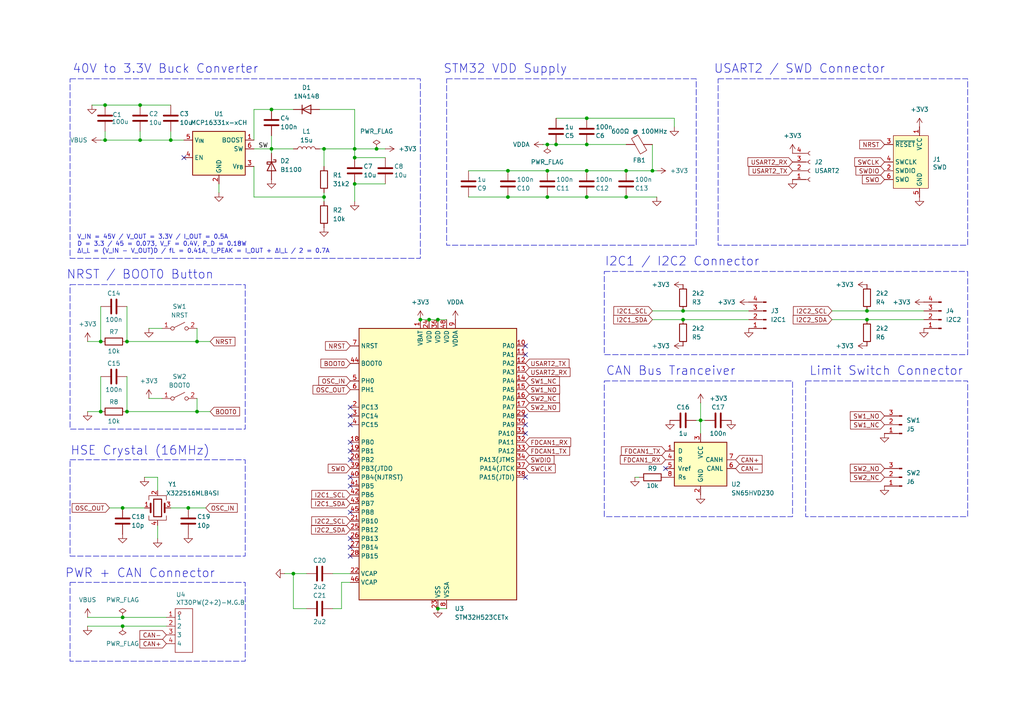
<source format=kicad_sch>
(kicad_sch (version 20250114) (generator "eeschema") (generator_version "9.0")
  (paper "A4")
  (lib_symbols
    (symbol "Connector:Conn_01x03_Pin" (pin_names (offset 1.016) (hide yes))
      (property "Reference" "J" (at 0 5.08 0))
      (property "Value" "Conn_01x03_Pin" (at 0 -5.08 0))
      (symbol "Conn_01x03_Pin_1_1"
        (pin passive line (at 5.08 2.54 180) (length 3.81) (name "Pin_1") (number "1"))
        (pin passive line (at 5.08 0 180) (length 3.81) (name "Pin_2") (number "2"))
        (pin passive line (at 5.08 -2.54 180) (length 3.81) (name "Pin_3") (number "3"))
      )
    )
    (symbol "Connector:Conn_01x04_Pin" (pin_names (offset 1.016) (hide yes))
      (property "Reference" "J" (at 0 5.08 0))
      (property "Value" "Conn_01x04_Pin" (at 0 -7.62 0))
      (symbol "Conn_01x04_Pin_1_1"
        (pin passive line (at 5.08 2.54 180) (length 3.81) (name "Pin_1") (number "1"))
        (pin passive line (at 5.08 0 180) (length 3.81) (name "Pin_2") (number "2"))
        (pin passive line (at 5.08 -2.54 180) (length 3.81) (name "Pin_3") (number "3"))
        (pin passive line (at 5.08 -5.08 180) (length 3.81) (name "Pin_4") (number "4"))
      )
    )
    (symbol "Connector:Conn_01x04_Socket" (pin_names (offset 1.016) (hide yes))
      (property "Reference" "J" (at 0 5.08 0))
      (property "Value" "Conn_01x04_Socket" (at 0 -7.62 0))
      (symbol "Conn_01x04_Socket_1_1"
        (pin passive line (at -5.08 2.54 0) (length 3.81) (name "Pin_1") (number "1"))
        (pin passive line (at -5.08 0 0) (length 3.81) (name "Pin_2") (number "2"))
        (pin passive line (at -5.08 -2.54 0) (length 3.81) (name "Pin_3") (number "3"))
        (pin passive line (at -5.08 -5.08 0) (length 3.81) (name "Pin_4") (number "4"))
      )
    )
    (symbol "Connector:Conn_ARM_SWD_TagConnect_TC2030" (in_bom no)
      (property "Reference" "J" (at 2.54 11.43 0))
      (property "Value" "Conn_ARM_SWD_TagConnect_TC2030" (at 5.08 8.89 0))
      (symbol "Conn_ARM_SWD_TagConnect_TC2030_0_0"
        (pin power_in line (at -2.54 10.16 270) (length 2.54) (name "VCC") (number "1"))
        (pin power_in line (at -2.54 -10.16 90) (length 2.54) (name "GND") (number "5"))
        (pin open_collector line (at 7.62 5.08 180) (length 2.54) (name "~{RESET}") (number "3"))
        (pin output line (at 7.62 0 180) (length 2.54) (name "SWCLK") (number "4"))
        (pin bidirectional line (at 7.62 -2.54 180) (length 2.54) (name "SWDIO") (number "2"))
        (pin input line (at 7.62 -5.08 180) (length 2.54) (name "SWO") (number "6"))
      )
    )
    (symbol "Device:C" (pin_numbers (hide yes)) (pin_names (offset 0.254))
      (property "Reference" "C" (at 0.635 2.54 0))
      (property "Value" "C" (at 0.635 -2.54 0))
      (symbol "C_1_1"
        (pin passive line (at 0 3.81 270) (length 2.794) (name "~") (number "1"))
        (pin passive line (at 0 -3.81 90) (length 2.794) (name "~") (number "2"))
      )
    )
    (symbol "Device:Crystal_GND24" (pin_names (offset 1.016) (hide yes))
      (property "Reference" "Y" (at 3.175 5.08 0))
      (property "Value" "Crystal_GND24" (at 3.175 3.175 0))
      (symbol "Crystal_GND24_1_1"
        (pin passive line (at -3.81 0 0) (length 1.27) (name "1") (number "1"))
        (pin passive line (at 0 5.08 270) (length 1.27) (name "2") (number "2"))
        (pin passive line (at 0 -5.08 90) (length 1.27) (name "4") (number "4"))
        (pin passive line (at 3.81 0 180) (length 1.27) (name "3") (number "3"))
      )
    )
    (symbol "Device:D_Schottky" (pin_numbers (hide yes)) (pin_names (offset 1.016) (hide yes))
      (property "Reference" "D" (at 0 2.54 0))
      (property "Value" "D_Schottky" (at 0 -2.54 0))
      (symbol "D_Schottky_1_1"
        (pin passive line (at -3.81 0 0) (length 2.54) (name "K") (number "1"))
        (pin passive line (at 3.81 0 180) (length 2.54) (name "A") (number "2"))
      )
    )
    (symbol "Device:FerriteBead" (pin_numbers (hide yes)) (pin_names (offset 0))
      (property "Reference" "FB" (at -3.81 0.635 90))
      (property "Value" "FerriteBead" (at 3.81 0 90))
      (symbol "FerriteBead_1_1"
        (pin passive line (at 0 3.81 270) (length 2.54) (name "~") (number "1"))
        (pin passive line (at 0 -3.81 90) (length 2.54) (name "~") (number "2"))
      )
    )
    (symbol "Device:L" (pin_numbers (hide yes)) (pin_names (offset 1.016) (hide yes))
      (property "Reference" "L" (at -1.27 0 90))
      (property "Value" "L" (at 1.905 0 90))
      (symbol "L_1_1"
        (pin passive line (at 0 3.81 270) (length 1.27) (name "1") (number "1"))
        (pin passive line (at 0 -3.81 90) (length 1.27) (name "2") (number "2"))
      )
    )
    (symbol "Device:R" (pin_numbers (hide yes)) (pin_names (offset 0))
      (property "Reference" "R" (at 2.032 0 90))
      (property "Value" "R" (at 0 0 90))
      (symbol "R_1_1"
        (pin passive line (at 0 3.81 270) (length 1.27) (name "~") (number "1"))
        (pin passive line (at 0 -3.81 90) (length 1.27) (name "~") (number "2"))
      )
    )
    (symbol "Diode:1N4148WS" (pin_numbers (hide yes)) (pin_names (hide yes))
      (property "Reference" "D" (at 0 2.54 0))
      (property "Value" "1N4148WS" (at 0 -2.54 0))
      (symbol "1N4148WS_1_1"
        (pin passive line (at -3.81 0 0) (length 2.54) (name "K") (number "1"))
        (pin passive line (at 3.81 0 180) (length 2.54) (name "A") (number "2"))
      )
    )
    (symbol "Interface_CAN_LIN:SN65HVD230" (pin_names (offset 1.016))
      (property "Reference" "U" (at -2.54 10.16 0))
      (property "Value" "SN65HVD230" (at -2.54 7.62 0))
      (symbol "SN65HVD230_1_1"
        (pin input line (at -10.16 2.54 0) (length 2.54) (name "D") (number "1"))
        (pin output line (at -10.16 0 0) (length 2.54) (name "R") (number "4"))
        (pin output line (at -10.16 -2.54 0) (length 2.54) (name "Vref") (number "5"))
        (pin input line (at -10.16 -5.08 0) (length 2.54) (name "Rs") (number "8"))
        (pin power_in line (at 0 7.62 270) (length 2.54) (name "VCC") (number "3"))
        (pin power_in line (at 0 -10.16 90) (length 2.54) (name "GND") (number "2"))
        (pin bidirectional line (at 10.16 0 180) (length 2.54) (name "CANH") (number "7"))
        (pin bidirectional line (at 10.16 -2.54 180) (length 2.54) (name "CANL") (number "6"))
      )
    )
    (symbol "MCU_ST_STM32H5:STM32H523CETx"
      (property "Reference" "U" (at -22.86 41.91 0))
      (property "Value" "STM32H523CETx" (at 7.62 41.91 0))
      (symbol "STM32H523CETx_1_1"
        (pin input line (at -25.4 35.56 0) (length 2.54) (name "NRST") (number "7"))
        (pin input line (at -25.4 30.48 0) (length 2.54) (name "BOOT0") (number "44"))
        (pin bidirectional line (at -25.4 25.4 0) (length 2.54) (name "PH0") (number "5"))
        (pin bidirectional line (at -25.4 22.86 0) (length 2.54) (name "PH1") (number "6"))
        (pin bidirectional line (at -25.4 17.78 0) (length 2.54) (name "PC13") (number "2"))
        (pin bidirectional line (at -25.4 15.24 0) (length 2.54) (name "PC14") (number "3"))
        (pin bidirectional line (at -25.4 12.7 0) (length 2.54) (name "PC15") (number "4"))
        (pin bidirectional line (at -25.4 7.62 0) (length 2.54) (name "PB0") (number "18"))
        (pin bidirectional line (at -25.4 5.08 0) (length 2.54) (name "PB1") (number "19"))
        (pin bidirectional line (at -25.4 2.54 0) (length 2.54) (name "PB2") (number "20"))
        (pin bidirectional line (at -25.4 0 0) (length 2.54) (name "PB3(JTDO") (number "39"))
        (pin bidirectional line (at -25.4 -2.54 0) (length 2.54) (name "PB4(NJTRST)") (number "40"))
        (pin bidirectional line (at -25.4 -5.08 0) (length 2.54) (name "PB5") (number "41"))
        (pin bidirectional line (at -25.4 -7.62 0) (length 2.54) (name "PB6") (number "42"))
        (pin bidirectional line (at -25.4 -10.16 0) (length 2.54) (name "PB7") (number "43"))
        (pin bidirectional line (at -25.4 -12.7 0) (length 2.54) (name "PB8") (number "45"))
        (pin bidirectional line (at -25.4 -15.24 0) (length 2.54) (name "PB10") (number "21"))
        (pin bidirectional line (at -25.4 -17.78 0) (length 2.54) (name "PB12") (number "25"))
        (pin bidirectional line (at -25.4 -20.32 0) (length 2.54) (name "PB13") (number "26"))
        (pin bidirectional line (at -25.4 -22.86 0) (length 2.54) (name "PB14") (number "27"))
        (pin bidirectional line (at -25.4 -25.4 0) (length 2.54) (name "PB15") (number "28"))
        (pin power_out line (at -25.4 -30.48 0) (length 2.54) (name "VCAP") (number "22"))
        (pin power_out line (at -25.4 -33.02 0) (length 2.54) (name "VCAP") (number "46"))
        (pin power_in line (at -5.08 43.18 270) (length 2.54) (name "VBAT") (number "1"))
        (pin power_in line (at -2.54 43.18 270) (length 2.54) (name "VDD") (number "24"))
        (pin power_in line (at 0 43.18 270) (length 2.54) (name "VDD") (number "36"))
        (pin power_in line (at 0 -40.64 90) (length 2.54) (name "VSS") (number "23"))
        (pin passive line (at 0 -40.64 90) (length 2.54) (hide yes) (name "VSS") (number "35"))
        (pin passive line (at 0 -40.64 90) (length 2.54) (hide yes) (name "VSS") (number "47"))
        (pin power_in line (at 2.54 43.18 270) (length 2.54) (name "VDD") (number "48"))
        (pin power_in line (at 2.54 -40.64 90) (length 2.54) (name "VSSA") (number "8"))
        (pin power_in line (at 5.08 43.18 270) (length 2.54) (name "VDDA") (number "9"))
        (pin bidirectional line (at 25.4 35.56 180) (length 2.54) (name "PA0") (number "10"))
        (pin bidirectional line (at 25.4 33.02 180) (length 2.54) (name "PA1") (number "11"))
        (pin bidirectional line (at 25.4 30.48 180) (length 2.54) (name "PA2") (number "12"))
        (pin bidirectional line (at 25.4 27.94 180) (length 2.54) (name "PA3") (number "13"))
        (pin bidirectional line (at 25.4 25.4 180) (length 2.54) (name "PA4") (number "14"))
        (pin bidirectional line (at 25.4 22.86 180) (length 2.54) (name "PA5") (number "15"))
        (pin bidirectional line (at 25.4 20.32 180) (length 2.54) (name "PA6") (number "16"))
        (pin bidirectional line (at 25.4 17.78 180) (length 2.54) (name "PA7") (number "17"))
        (pin bidirectional line (at 25.4 15.24 180) (length 2.54) (name "PA8") (number "29"))
        (pin bidirectional line (at 25.4 12.7 180) (length 2.54) (name "PA9") (number "30"))
        (pin bidirectional line (at 25.4 10.16 180) (length 2.54) (name "PA10") (number "31"))
        (pin bidirectional line (at 25.4 7.62 180) (length 2.54) (name "PA11") (number "32"))
        (pin bidirectional line (at 25.4 5.08 180) (length 2.54) (name "PA12") (number "33"))
        (pin bidirectional line (at 25.4 2.54 180) (length 2.54) (name "PA13(JTMS") (number "34"))
        (pin bidirectional line (at 25.4 0 180) (length 2.54) (name "PA14(JTCK") (number "37"))
        (pin bidirectional line (at 25.4 -2.54 180) (length 2.54) (name "PA15(JTDI)") (number "38"))
      )
    )
    (symbol "Regulator_Switching:MCP16331x-xCH"
      (property "Reference" "U" (at -7.874 8.89 0))
      (property "Value" "MCP16331x-xCH" (at 0 8.89 0))
      (symbol "MCP16331x-xCH_1_1"
        (pin power_in line (at -10.16 5.08 0) (length 2.54) (name "V_{IN}") (number "5"))
        (pin input line (at -10.16 0 0) (length 2.54) (name "EN") (number "4"))
        (pin power_in line (at 0 -7.62 90) (length 2.54) (name "GND") (number "2"))
        (pin input line (at 10.16 5.08 180) (length 2.54) (name "BOOST") (number "1"))
        (pin output line (at 10.16 2.54 180) (length 2.54) (name "SW") (number "6"))
        (pin input line (at 10.16 -2.54 180) (length 2.54) (name "V_{FB}") (number "3"))
      )
    )
    (symbol "Switch:SW_SPST" (pin_names (offset 0) (hide yes))
      (property "Reference" "SW" (at 0 3.175 0))
      (property "Value" "SW_SPST" (at 0 -2.54 0))
      (symbol "SW_SPST_1_1"
        (pin passive line (at -5.08 0 0) (length 2.54) (name "A") (number "1"))
        (pin passive line (at 5.08 0 180) (length 2.54) (name "B") (number "2"))
      )
    )
    (symbol "XT30PW(2+2)-M.G.B:XT30(2+2)PW-M.G.B"
      (property "Reference" "U4" (at 0.254 11.684 0))
      (property "Value" "XT30PW(2+2)-M.G.B" (at 0.254 9.398 0))
      (symbol "XT30(2+2)PW-M.G.B_1_0"
        (pin power_in line (at -2.54 5.08 0) (length 2.54) (name "1") (number "1"))
        (pin power_in line (at -2.54 2.54 0) (length 2.54) (name "2") (number "2"))
        (pin bidirectional line (at -2.54 0 0) (length 2.54) (name "3") (number "3"))
        (pin bidirectional line (at -2.54 -2.54 0) (length 2.54) (name "4") (number "4"))
      )
    )
    (symbol "power:+3V3" (power) (pin_numbers (hide yes)) (pin_names (offset 0) (hide yes))
      (property "Value" "+3V3" (at 0 3.556 0))
      (symbol "+3V3_1_1"
        (pin power_in line (at 0 0 90) (length 0) (name "~") (number "1"))
      )
    )
    (symbol "power:GND" (power) (pin_numbers (hide yes)) (pin_names (offset 0) (hide yes))
      (property "Value" "GND" (at 0 -3.81 0))
      (symbol "GND_1_1"
        (pin power_in line (at 0 0 270) (length 0) (name "~") (number "1"))
      )
    )
    (symbol "power:PWR_FLAG" (power) (pin_numbers (hide yes)) (pin_names (offset 0) (hide yes))
      (property "Value" "PWR_FLAG" (at 0 3.81 0))
      (symbol "PWR_FLAG_0_0"
        (pin power_out line (at 0 0 90) (length 0) (name "~") (number "1"))
      )
    )
    (symbol "power:VBUS" (power) (pin_numbers (hide yes)) (pin_names (offset 0) (hide yes))
      (property "Value" "VBUS" (at 0 3.556 0))
      (symbol "VBUS_1_1"
        (pin power_in line (at 0 0 90) (length 0) (name "~") (number "1"))
      )
    )
    (symbol "power:VDDA" (power) (pin_numbers (hide yes)) (pin_names (offset 0) (hide yes))
      (property "Value" "VDDA" (at 0 3.556 0))
      (symbol "VDDA_1_1"
        (pin power_in line (at 0 0 90) (length 0) (name "~") (number "1"))
      )
    )
  )
  (rectangle (start 20.32 22.86) (end 121.92 74.93) (stroke (width 0) (type dash)))
  (rectangle (start 208.28 22.86) (end 280.67 71.12) (stroke (width 0) (type dash)))
  (rectangle (start 175.26 78.74) (end 280.67 102.87) (stroke (width 0) (type dash)))
  (rectangle (start 20.32 168.91) (end 71.12 191.77) (stroke (width 0) (type dash)))
  (rectangle (start 175.26 110.49) (end 229.87 149.86) (stroke (width 0) (type dash)))
  (rectangle (start 20.32 82.55) (end 71.12 124.46) (stroke (width 0) (type dash)))
  (rectangle (start 233.68 110.49) (end 280.67 149.86) (stroke (width 0) (type dash)))
  (rectangle (start 129.54 22.86) (end 201.93 71.12) (stroke (width 0) (type dash)))
  (rectangle (start 20.32 133.35) (end 71.12 161.29) (stroke (width 0) (type dash)))
  (text "V_IN = 45V / V_OUT = 3.3V / I_OUT = 0.5A\nD = 3.3 / 45 = 0.073, V_F = 0.4V, P_D = 0.18W\nΔI_L = (V_IN - V_OUT)D / fL = 0.41A, I_PEAK = I_OUT + ΔI_L / 2 = 0.7A" (at 22.352 70.866 0) (effects (font (size 1.27 1.27)) (justify left)))
  (text "40V to 3.3V Buck Converter" (at 48.006 20.066 0) (effects (font (size 2.54 2.54))))
  (text "CAN Bus Tranceiver" (at 194.564 107.696 0) (effects (font (size 2.54 2.54))))
  (text "Limit Switch Connector" (at 257.048 107.696 0) (effects (font (size 2.54 2.54))))
  (text "STM32 VDD Supply" (at 146.558 20.066 0) (effects (font (size 2.54 2.54))))
  (text "HSE Crystal (16MHz)" (at 40.64 130.81 0) (effects (font (size 2.54 2.54))))
  (text "NRST / BOOT0 Button" (at 40.64 79.756 0) (effects (font (size 2.54 2.54))))
  (text "I2C1 / I2C2 Connector" (at 197.866 75.946 0) (effects (font (size 2.54 2.54))))
  (text "PWR + CAN Connector" (at 40.64 166.37 0) (effects (font (size 2.54 2.54))))
  (text "USART2 / SWD Connector" (at 231.902 20.066 0) (effects (font (size 2.54 2.54))))
  (junction (at 161.29 41.91))
  (junction (at 36.83 99.06))
  (junction (at 147.32 49.53))
  (junction (at 54.61 147.32))
  (junction (at 181.61 57.15))
  (junction (at 181.61 49.53))
  (junction (at 121.92 92.71))
  (junction (at 36.83 119.38))
  (junction (at 49.53 40.64))
  (junction (at 35.56 179.07))
  (junction (at 158.75 41.91))
  (junction (at 127 176.53))
  (junction (at 170.18 49.53))
  (junction (at 158.75 49.53))
  (junction (at 93.98 43.18))
  (junction (at 102.87 43.18))
  (junction (at 78.74 31.75))
  (junction (at 102.87 53.34))
  (junction (at 170.18 41.91))
  (junction (at 109.22 43.18))
  (junction (at 35.56 181.61))
  (junction (at 170.18 34.29))
  (junction (at 40.64 30.48))
  (junction (at 170.18 57.15))
  (junction (at 57.15 99.06))
  (junction (at 189.23 49.53))
  (junction (at 127 92.71))
  (junction (at 30.48 40.64))
  (junction (at 147.32 57.15))
  (junction (at 251.46 92.71))
  (junction (at 35.56 147.32))
  (junction (at 78.74 43.18))
  (junction (at 57.15 119.38))
  (junction (at 85.09 166.37))
  (junction (at 40.64 40.64))
  (junction (at 158.75 57.15))
  (junction (at 203.2 121.92))
  (junction (at 29.21 119.38))
  (junction (at 124.46 92.71))
  (junction (at 102.87 45.72))
  (junction (at 198.12 90.17))
  (junction (at 93.98 57.15))
  (junction (at 29.21 99.06))
  (junction (at 30.48 30.48))
  (junction (at 251.46 90.17))
  (junction (at 198.12 92.71))
  (no_connect (at 101.6 130.81))
  (no_connect (at 101.6 138.43))
  (no_connect (at 101.6 123.19))
  (no_connect (at 152.4 138.43))
  (no_connect (at 101.6 128.27))
  (no_connect (at 101.6 120.65))
  (no_connect (at 152.4 120.65))
  (no_connect (at 152.4 123.19))
  (no_connect (at 101.6 118.11))
  (no_connect (at 193.04 135.89))
  (no_connect (at 101.6 158.75))
  (no_connect (at 152.4 125.73))
  (no_connect (at 101.6 161.29))
  (no_connect (at 101.6 148.59))
  (no_connect (at 101.6 140.97))
  (no_connect (at 53.34 45.72))
  (no_connect (at 101.6 156.21))
  (no_connect (at 152.4 102.87))
  (no_connect (at 101.6 133.35))
  (no_connect (at 152.4 100.33))
  (wire (pts (xy 25.4 119.38) (xy 29.21 119.38)))
  (wire (pts (xy 127 92.71) (xy 129.54 92.71)))
  (wire (pts (xy 92.71 31.75) (xy 102.87 31.75)))
  (wire (pts (xy 31.75 147.32) (xy 35.56 147.32)))
  (wire (pts (xy 26.67 30.48) (xy 30.48 30.48)))
  (wire (pts (xy 49.53 147.32) (xy 54.61 147.32)))
  (wire (pts (xy 124.46 92.71) (xy 127 92.71)))
  (wire (pts (xy 78.74 31.75) (xy 85.09 31.75)))
  (wire (pts (xy 241.3 90.17) (xy 251.46 90.17)))
  (wire (pts (xy 161.29 41.91) (xy 158.75 41.91)))
  (wire (pts (xy 45.72 152.4) (xy 45.72 156.21)))
  (wire (pts (xy 127 176.53) (xy 129.54 176.53)))
  (wire (pts (xy 43.18 115.57) (xy 46.99 115.57)))
  (wire (pts (xy 102.87 58.42) (xy 102.87 53.34)))
  (wire (pts (xy 161.29 41.91) (xy 170.18 41.91)))
  (wire (pts (xy 45.72 138.43) (xy 45.72 142.24)))
  (wire (pts (xy 251.46 92.71) (xy 267.97 92.71)))
  (wire (pts (xy 102.87 43.18) (xy 102.87 45.72)))
  (wire (pts (xy 40.64 38.1) (xy 40.64 40.64)))
  (wire (pts (xy 25.4 179.07) (xy 35.56 179.07)))
  (wire (pts (xy 201.93 121.92) (xy 203.2 121.92)))
  (wire (pts (xy 88.9 176.53) (xy 85.09 176.53)))
  (wire (pts (xy 36.83 119.38) (xy 36.83 109.22)))
  (wire (pts (xy 73.66 43.18) (xy 78.74 43.18)))
  (wire (pts (xy 73.66 57.15) (xy 73.66 48.26)))
  (wire (pts (xy 161.29 34.29) (xy 170.18 34.29)))
  (wire (pts (xy 135.89 49.53) (xy 147.32 49.53)))
  (wire (pts (xy 40.64 30.48) (xy 49.53 30.48)))
  (wire (pts (xy 93.98 57.15) (xy 73.66 57.15)))
  (wire (pts (xy 40.64 40.64) (xy 49.53 40.64)))
  (wire (pts (xy 25.4 99.06) (xy 29.21 99.06)))
  (wire (pts (xy 198.12 90.17) (xy 217.17 90.17)))
  (wire (pts (xy 101.6 168.91) (xy 99.06 168.91)))
  (wire (pts (xy 189.23 92.71) (xy 198.12 92.71)))
  (wire (pts (xy 204.47 121.92) (xy 203.2 121.92)))
  (wire (pts (xy 57.15 99.06) (xy 60.96 99.06)))
  (wire (pts (xy 29.21 88.9) (xy 29.21 99.06)))
  (wire (pts (xy 30.48 30.48) (xy 40.64 30.48)))
  (wire (pts (xy 93.98 43.18) (xy 102.87 43.18)))
  (wire (pts (xy 189.23 49.53) (xy 190.5 49.53)))
  (wire (pts (xy 170.18 49.53) (xy 181.61 49.53)))
  (wire (pts (xy 181.61 57.15) (xy 190.5 57.15)))
  (wire (pts (xy 99.06 176.53) (xy 96.52 176.53)))
  (wire (pts (xy 78.74 43.18) (xy 78.74 44.45)))
  (wire (pts (xy 147.32 49.53) (xy 158.75 49.53)))
  (wire (pts (xy 93.98 43.18) (xy 92.71 43.18)))
  (wire (pts (xy 109.22 43.18) (xy 102.87 43.18)))
  (wire (pts (xy 25.4 181.61) (xy 35.56 181.61)))
  (wire (pts (xy 30.48 38.1) (xy 30.48 40.64)))
  (wire (pts (xy 170.18 57.15) (xy 181.61 57.15)))
  (wire (pts (xy 158.75 49.53) (xy 170.18 49.53)))
  (wire (pts (xy 88.9 166.37) (xy 85.09 166.37)))
  (wire (pts (xy 57.15 95.25) (xy 57.15 99.06)))
  (wire (pts (xy 43.18 95.25) (xy 46.99 95.25)))
  (wire (pts (xy 251.46 90.17) (xy 267.97 90.17)))
  (wire (pts (xy 203.2 121.92) (xy 203.2 125.73)))
  (wire (pts (xy 57.15 115.57) (xy 57.15 119.38)))
  (wire (pts (xy 73.66 31.75) (xy 78.74 31.75)))
  (wire (pts (xy 102.87 53.34) (xy 111.76 53.34)))
  (wire (pts (xy 29.21 119.38) (xy 29.21 109.22)))
  (wire (pts (xy 158.75 57.15) (xy 170.18 57.15)))
  (wire (pts (xy 78.74 43.18) (xy 85.09 43.18)))
  (wire (pts (xy 78.74 39.37) (xy 78.74 43.18)))
  (wire (pts (xy 63.5 53.34) (xy 63.5 55.88)))
  (wire (pts (xy 49.53 40.64) (xy 53.34 40.64)))
  (wire (pts (xy 135.89 57.15) (xy 147.32 57.15)))
  (wire (pts (xy 102.87 31.75) (xy 102.87 43.18)))
  (wire (pts (xy 189.23 49.53) (xy 189.23 41.91)))
  (wire (pts (xy 170.18 34.29) (xy 195.58 34.29)))
  (wire (pts (xy 73.66 40.64) (xy 73.66 31.75)))
  (wire (pts (xy 170.18 41.91) (xy 181.61 41.91)))
  (wire (pts (xy 36.83 119.38) (xy 57.15 119.38)))
  (wire (pts (xy 85.09 176.53) (xy 85.09 166.37)))
  (wire (pts (xy 195.58 34.29) (xy 195.58 36.83)))
  (wire (pts (xy 36.83 99.06) (xy 57.15 99.06)))
  (wire (pts (xy 158.75 41.91) (xy 157.48 41.91)))
  (wire (pts (xy 35.56 179.07) (xy 48.26 179.07)))
  (wire (pts (xy 99.06 168.91) (xy 99.06 176.53)))
  (wire (pts (xy 93.98 48.26) (xy 93.98 43.18)))
  (wire (pts (xy 102.87 45.72) (xy 111.76 45.72)))
  (wire (pts (xy 35.56 181.61) (xy 48.26 181.61)))
  (wire (pts (xy 30.48 40.64) (xy 40.64 40.64)))
  (wire (pts (xy 54.61 147.32) (xy 59.69 147.32)))
  (wire (pts (xy 111.76 43.18) (xy 109.22 43.18)))
  (wire (pts (xy 96.52 166.37) (xy 101.6 166.37)))
  (wire (pts (xy 57.15 119.38) (xy 60.96 119.38)))
  (wire (pts (xy 36.83 88.9) (xy 36.83 99.06)))
  (wire (pts (xy 189.23 90.17) (xy 198.12 90.17)))
  (wire (pts (xy 147.32 57.15) (xy 158.75 57.15)))
  (wire (pts (xy 41.91 138.43) (xy 45.72 138.43)))
  (wire (pts (xy 35.56 147.32) (xy 41.91 147.32)))
  (wire (pts (xy 203.2 116.84) (xy 203.2 121.92)))
  (wire (pts (xy 121.92 92.71) (xy 124.46 92.71)))
  (wire (pts (xy 241.3 92.71) (xy 251.46 92.71)))
  (wire (pts (xy 29.21 40.64) (xy 30.48 40.64)))
  (wire (pts (xy 184.15 138.43) (xy 185.42 138.43)))
  (wire (pts (xy 181.61 49.53) (xy 189.23 49.53)))
  (wire (pts (xy 93.98 57.15) (xy 93.98 55.88)))
  (wire (pts (xy 198.12 92.71) (xy 217.17 92.71)))
  (wire (pts (xy 82.55 166.37) (xy 85.09 166.37)))
  (wire (pts (xy 49.53 38.1) (xy 49.53 40.64)))
  (wire (pts (xy 93.98 57.15) (xy 93.98 58.42)))
  (label "SW" (at 74.93 43.18 0))
  (label "" (at 76.2 43.18 0))
  (global_label "OSC_IN" (shape input) (at 101.6 110.49 180) (property "Intersheetrefs" "${INTERSHEET_REFS}" (effects (hide yes))))
  (global_label "SWDIO" (shape input) (at 152.4 133.35 0) (property "Intersheetrefs" "${INTERSHEET_REFS}" (effects (hide yes))))
  (global_label "NRST" (shape input) (at 60.96 99.06 0) (property "Intersheetrefs" "${INTERSHEET_REFS}" (effects (hide yes))))
  (global_label "I2C1_SCL" (shape input) (at 101.6 143.51 180) (property "Intersheetrefs" "${INTERSHEET_REFS}" (effects (hide yes))))
  (global_label "SWCLK" (shape input) (at 256.54 46.99 180) (property "Intersheetrefs" "${INTERSHEET_REFS}" (effects (hide yes))))
  (global_label "SW1_NC" (shape input) (at 152.4 110.49 0) (property "Intersheetrefs" "${INTERSHEET_REFS}" (effects (hide yes))))
  (global_label "FDCAN1_TX" (shape input) (at 193.04 130.81 180) (property "Intersheetrefs" "${INTERSHEET_REFS}" (effects (hide yes))))
  (global_label "I2C1_SDA" (shape input) (at 101.6 146.05 180) (property "Intersheetrefs" "${INTERSHEET_REFS}" (effects (hide yes))))
  (global_label "I2C1_SCL" (shape input) (at 189.23 90.17 180) (property "Intersheetrefs" "${INTERSHEET_REFS}" (effects (hide yes))))
  (global_label "OSC_OUT" (shape input) (at 31.75 147.32 180) (property "Intersheetrefs" "${INTERSHEET_REFS}" (effects (hide yes))))
  (global_label "BOOT0" (shape input) (at 60.96 119.38 0) (property "Intersheetrefs" "${INTERSHEET_REFS}" (effects (hide yes))))
  (global_label "CAN+" (shape input) (at 213.36 133.35 0) (property "Intersheetrefs" "${INTERSHEET_REFS}" (effects (hide yes))))
  (global_label "OSC_OUT" (shape input) (at 101.6 113.03 180) (property "Intersheetrefs" "${INTERSHEET_REFS}" (effects (hide yes))))
  (global_label "USART2_RX" (shape input) (at 152.4 107.95 0) (property "Intersheetrefs" "${INTERSHEET_REFS}" (effects (hide yes))))
  (global_label "SWCLK" (shape input) (at 152.4 135.89 0) (property "Intersheetrefs" "${INTERSHEET_REFS}" (effects (hide yes))))
  (global_label "SW1_NC" (shape input) (at 256.54 123.19 180) (property "Intersheetrefs" "${INTERSHEET_REFS}" (effects (hide yes))))
  (global_label "I2C2_SDA" (shape input) (at 101.6 153.67 180) (property "Intersheetrefs" "${INTERSHEET_REFS}" (effects (hide yes))))
  (global_label "SW2_NO" (shape input) (at 256.54 135.89 180) (property "Intersheetrefs" "${INTERSHEET_REFS}" (effects (hide yes))))
  (global_label "CAN-" (shape input) (at 213.36 135.89 0) (property "Intersheetrefs" "${INTERSHEET_REFS}" (effects (hide yes))))
  (global_label "USART2_TX" (shape input) (at 229.87 49.53 180) (property "Intersheetrefs" "${INTERSHEET_REFS}" (effects (hide yes))))
  (global_label "CAN+" (shape input) (at 48.26 186.69 180) (property "Intersheetrefs" "${INTERSHEET_REFS}" (effects (hide yes))))
  (global_label "USART2_RX" (shape input) (at 229.87 46.99 180) (property "Intersheetrefs" "${INTERSHEET_REFS}" (effects (hide yes))))
  (global_label "NRST" (shape input) (at 256.54 41.91 180) (property "Intersheetrefs" "${INTERSHEET_REFS}" (effects (hide yes))))
  (global_label "FDCAN1_RX" (shape input) (at 152.4 128.27 0) (property "Intersheetrefs" "${INTERSHEET_REFS}" (effects (hide yes))))
  (global_label "I2C2_SCL" (shape input) (at 241.3 90.17 180) (property "Intersheetrefs" "${INTERSHEET_REFS}" (effects (hide yes))))
  (global_label "FDCAN1_RX" (shape input) (at 193.04 133.35 180) (property "Intersheetrefs" "${INTERSHEET_REFS}" (effects (hide yes))))
  (global_label "SWDIO" (shape input) (at 256.54 49.53 180) (property "Intersheetrefs" "${INTERSHEET_REFS}" (effects (hide yes))))
  (global_label "I2C1_SDA" (shape input) (at 189.23 92.71 180) (property "Intersheetrefs" "${INTERSHEET_REFS}" (effects (hide yes))))
  (global_label "SW2_NC" (shape input) (at 152.4 115.57 0) (property "Intersheetrefs" "${INTERSHEET_REFS}" (effects (hide yes))))
  (global_label "NRST" (shape input) (at 101.6 100.33 180) (property "Intersheetrefs" "${INTERSHEET_REFS}" (effects (hide yes))))
  (global_label "SW1_NO" (shape input) (at 152.4 113.03 0) (property "Intersheetrefs" "${INTERSHEET_REFS}" (effects (hide yes))))
  (global_label "SW2_NO" (shape input) (at 152.4 118.11 0) (property "Intersheetrefs" "${INTERSHEET_REFS}" (effects (hide yes))))
  (global_label "SW1_NO" (shape input) (at 256.54 120.65 180) (property "Intersheetrefs" "${INTERSHEET_REFS}" (effects (hide yes))))
  (global_label "BOOT0" (shape input) (at 101.6 105.41 180) (property "Intersheetrefs" "${INTERSHEET_REFS}" (effects (hide yes))))
  (global_label "SWO" (shape input) (at 101.6 135.89 180) (property "Intersheetrefs" "${INTERSHEET_REFS}" (effects (hide yes))))
  (global_label "USART2_TX" (shape input) (at 152.4 105.41 0) (property "Intersheetrefs" "${INTERSHEET_REFS}" (effects (hide yes))))
  (global_label "OSC_IN" (shape input) (at 59.69 147.32 0) (property "Intersheetrefs" "${INTERSHEET_REFS}" (effects (hide yes))))
  (global_label "SW2_NC" (shape input) (at 256.54 138.43 180) (property "Intersheetrefs" "${INTERSHEET_REFS}" (effects (hide yes))))
  (global_label "I2C2_SDA" (shape input) (at 241.3 92.71 180) (property "Intersheetrefs" "${INTERSHEET_REFS}" (effects (hide yes))))
  (global_label "I2C2_SCL" (shape input) (at 101.6 151.13 180) (property "Intersheetrefs" "${INTERSHEET_REFS}" (effects (hide yes))))
  (global_label "CAN-" (shape input) (at 48.26 184.15 180) (property "Intersheetrefs" "${INTERSHEET_REFS}" (effects (hide yes))))
  (global_label "FDCAN1_TX" (shape input) (at 152.4 130.81 0) (property "Intersheetrefs" "${INTERSHEET_REFS}" (effects (hide yes))))
  (global_label "SWO" (shape input) (at 256.54 52.07 180) (property "Intersheetrefs" "${INTERSHEET_REFS}" (effects (hide yes))))
  (symbol (lib_id "power:+3V3") (at 251.46 82.55 90) (unit 1)
    (property "Reference" "#PWR017" (effects (hide yes)))
    (property "Value" "+3V3" (at 247.65 82.55 90) (effects (justify left)))
    (property "Description" "Power symbol creates a global label with name \"+3V3\"" (effects (hide yes)))
  )
  (symbol (lib_id "power:GND") (at 256.54 140.97 0) (unit 1)
    (property "Reference" "#PWR036" (effects (hide yes)))
    (property "Value" "GND" (effects (hide yes)))
    (property "Description" "Power symbol creates a global label with name \"GND\" , ground" (effects (hide yes)))
  )
  (symbol (lib_id "power:VBUS") (at 25.4 179.07 0) (unit 1)
    (property "Reference" "#PWR043" (effects (hide yes)))
    (property "Value" "VBUS" (at 25.4 173.99 0))
    (property "Description" "Power symbol creates a global label with name \"VBUS\"" (effects (hide yes)))
  )
  (symbol (lib_id "power:PWR_FLAG") (at 158.75 41.91 0) (mirror x) (unit 1)
    (property "Reference" "#FLG01" (effects (hide yes)))
    (property "Value" "PWR_FLAG" (at 158.75 46.99 0))
    (property "Description" "Special symbol for telling ERC where power comes from" (effects (hide yes)))
  )
  (symbol (lib_id "power:GND") (at 217.17 95.25 0) (unit 1)
    (property "Reference" "#PWR023" (effects (hide yes)))
    (property "Value" "GND" (effects (hide yes)))
    (property "Description" "Power symbol creates a global label with name \"GND\" , ground" (effects (hide yes)))
  )
  (symbol (lib_id "Device:R") (at 93.98 52.07 0) (unit 1)
    (property "Reference" "R1" (at 96.52 50.8 0) (effects (justify left)))
    (property "Value" "31k2" (at 96.52 53.34 0) (effects (justify left)))
    (property "Footprint" "Capacitor_SMD:C_0402_1005Metric" (effects (hide yes)))
    (property "Description" "Resistor" (effects (hide yes)))
  )
  (symbol (lib_id "power:+3V3") (at 190.5 49.53 270) (mirror x) (unit 1)
    (property "Reference" "#PWR08" (effects (hide yes)))
    (property "Value" "+3V3" (at 194.31 49.53 90) (effects (justify left)))
    (property "Description" "Power symbol creates a global label with name \"+3V3\"" (effects (hide yes)))
  )
  (symbol (lib_id "Device:L") (at 88.9 43.18 90) (unit 1)
    (property "Reference" "L1" (at 88.9 38.1 90))
    (property "Value" "15u" (at 88.9 40.64 90))
    (property "Footprint" "Inductor_SMD:L_Changjiang_FNR4020S" (effects (hide yes)))
    (property "Description" "Inductor" (effects (hide yes)))
  )
  (symbol (lib_id "power:+3V3") (at 229.87 44.45 0) (mirror y) (unit 1)
    (property "Reference" "#PWR07" (effects (hide yes)))
    (property "Value" "+3V3" (at 229.87 39.37 0))
    (property "Description" "Power symbol creates a global label with name \"+3V3\"" (effects (hide yes)))
  )
  (symbol (lib_id "power:PWR_FLAG") (at 35.56 181.61 180) (unit 1)
    (property "Reference" "#FLG04" (effects (hide yes)))
    (property "Value" "PWR_FLAG" (at 35.56 186.69 0))
    (property "Description" "Special symbol for telling ERC where power comes from" (effects (hide yes)))
  )
  (symbol (lib_id "Device:C") (at 181.61 53.34 0) (mirror x) (unit 1)
    (property "Reference" "C13" (at 184.15 54.61 0) (effects (justify left)))
    (property "Value" "100n" (at 184.15 52.07 0) (effects (justify left)))
    (property "Footprint" "Capacitor_SMD:C_0402_1005Metric" (effects (hide yes)))
    (property "Description" "Unpolarized capacitor" (effects (hide yes)))
  )
  (symbol (lib_id "Device:C") (at 40.64 34.29 0) (unit 1)
    (property "Reference" "C2" (at 43.18 33.02 0) (effects (justify left)))
    (property "Value" "10u" (at 43.18 35.56 0) (effects (justify left)))
    (property "Footprint" "Capacitor_SMD:C_1210_3225Metric" (effects (hide yes)))
    (property "Description" "Unpolarized capacitor" (effects (hide yes)))
  )
  (symbol (lib_id "Device:C") (at 170.18 38.1 0) (mirror x) (unit 1)
    (property "Reference" "C6" (at 172.72 39.37 0) (effects (justify left)))
    (property "Value" "100n" (at 172.72 36.83 0) (effects (justify left)))
    (property "Footprint" "Capacitor_SMD:C_0402_1005Metric" (effects (hide yes)))
    (property "Description" "Unpolarized capacitor" (effects (hide yes)))
  )
  (symbol (lib_id "power:GND") (at 127 176.53 0) (unit 1)
    (property "Reference" "#PWR042" (effects (hide yes)))
    (property "Value" "GND" (effects (hide yes)))
    (property "Description" "Power symbol creates a global label with name \"GND\" , ground" (effects (hide yes)))
  )
  (symbol (lib_id "Device:D_Schottky") (at 78.74 48.26 270) (unit 1)
    (property "Reference" "D2" (at 81.28 46.6725 90) (effects (justify left)))
    (property "Value" "B1100" (at 81.28 49.2125 90) (effects (justify left)))
    (property "Footprint" "Diode_SMD:D_SMA" (effects (hide yes)))
    (property "Description" "Schottky diode" (effects (hide yes)))
  )
  (symbol (lib_id "Device:R") (at 198.12 86.36 0) (mirror x) (unit 1)
    (property "Reference" "R3" (at 200.66 87.63 0) (effects (justify left)))
    (property "Value" "2k2" (at 200.66 85.09 0) (effects (justify left)))
    (property "Footprint" "Capacitor_SMD:C_0402_1005Metric" (effects (hide yes)))
    (property "Description" "Resistor" (effects (hide yes)))
  )
  (symbol (lib_id "power:+3V3") (at 121.92 92.71 0) (unit 1)
    (property "Reference" "#PWR020" (effects (hide yes)))
    (property "Value" "+3V3" (at 121.92 87.63 0))
    (property "Description" "Power symbol creates a global label with name \"+3V3\"" (effects (hide yes)))
  )
  (symbol (lib_id "Device:C") (at 33.02 109.22 90) (unit 1)
    (property "Reference" "C15" (at 33.02 105.41 90))
    (property "Value" "100n" (at 33.02 113.03 90))
    (property "Footprint" "Capacitor_SMD:C_0402_1005Metric" (effects (hide yes)))
    (property "Description" "Unpolarized capacitor" (effects (hide yes)))
  )
  (symbol (lib_id "power:GND") (at 195.58 36.83 0) (mirror y) (unit 1)
    (property "Reference" "#PWR02" (effects (hide yes)))
    (property "Value" "GND" (effects (hide yes)))
    (property "Description" "Power symbol creates a global label with name \"GND\" , ground" (effects (hide yes)))
  )
  (symbol (lib_id "power:GND") (at 194.31 121.92 0) (mirror y) (unit 1)
    (property "Reference" "#PWR031" (effects (hide yes)))
    (property "Value" "GND" (effects (hide yes)))
    (property "Description" "Power symbol creates a global label with name \"GND\" , ground" (effects (hide yes)))
  )
  (symbol (lib_id "power:+3V3") (at 111.76 43.18 270) (unit 1)
    (property "Reference" "#PWR06" (effects (hide yes)))
    (property "Value" "+3V3" (at 115.57 43.18 90) (effects (justify left)))
    (property "Description" "Power symbol creates a global label with name \"+3V3\"" (effects (hide yes)))
  )
  (symbol (lib_id "power:GND") (at 212.09 121.92 0) (mirror y) (unit 1)
    (property "Reference" "#PWR032" (effects (hide yes)))
    (property "Value" "GND" (effects (hide yes)))
    (property "Description" "Power symbol creates a global label with name \"GND\" , ground" (effects (hide yes)))
  )
  (symbol (lib_id "power:GND") (at 43.18 95.25 0) (unit 1)
    (property "Reference" "#PWR022" (effects (hide yes)))
    (property "Value" "GND" (effects (hide yes)))
    (property "Description" "Power symbol creates a global label with name \"GND\" , ground" (effects (hide yes)))
  )
  (symbol (lib_id "Device:C") (at 49.53 34.29 0) (unit 1)
    (property "Reference" "C3" (at 52.07 33.02 0) (effects (justify left)))
    (property "Value" "10u" (at 52.07 35.56 0) (effects (justify left)))
    (property "Footprint" "Capacitor_SMD:C_1210_3225Metric" (effects (hide yes)))
    (property "Description" "Unpolarized capacitor" (effects (hide yes)))
  )
  (symbol (lib_id "power:PWR_FLAG") (at 35.56 179.07 0) (unit 1)
    (property "Reference" "#FLG03" (effects (hide yes)))
    (property "Value" "PWR_FLAG" (at 35.56 173.99 0))
    (property "Description" "Special symbol for telling ERC where power comes from" (effects (hide yes)))
  )
  (symbol (lib_id "power:GND") (at 190.5 57.15 0) (mirror y) (unit 1)
    (property "Reference" "#PWR012" (effects (hide yes)))
    (property "Value" "GND" (effects (hide yes)))
    (property "Description" "Power symbol creates a global label with name \"GND\" , ground" (effects (hide yes)))
  )
  (symbol (lib_id "MCU_ST_STM32H5:STM32H523CETx") (at 127 135.89 0) (unit 1)
    (property "Reference" "U3" (at 131.8796 176.53 0) (effects (justify left)))
    (property "Value" "STM32H523CETx" (at 131.8796 179.07 0) (effects (justify left)))
    (property "Footprint" "Package_QFP:LQFP-48_7x7mm_P0.5mm" (effects (hide yes)))
    (property "Datasheet" "https://www.st.com/resource/en/datasheet/stm32h523ce.pdf" (effects (hide yes)))
    (property "Description" "STMicroelectronics Arm Cortex-M33 MCU, 512KB flash, 272KB RAM, 35 GPIO, LQFP48" (effects (hide yes)))
  )
  (symbol (lib_id "power:GND") (at 256.54 125.73 0) (unit 1)
    (property "Reference" "#PWR033" (effects (hide yes)))
    (property "Value" "GND" (effects (hide yes)))
    (property "Description" "Power symbol creates a global label with name \"GND\" , ground" (effects (hide yes)))
  )
  (symbol (lib_id "power:GND") (at 78.74 52.07 0) (unit 1)
    (property "Reference" "#PWR09" (effects (hide yes)))
    (property "Value" "GND" (effects (hide yes)))
    (property "Description" "Power symbol creates a global label with name \"GND\" , ground" (effects (hide yes)))
  )
  (symbol (lib_id "power:GND") (at 41.91 138.43 0) (unit 1)
    (property "Reference" "#PWR034" (effects (hide yes)))
    (property "Value" "GND" (effects (hide yes)))
    (property "Description" "Power symbol creates a global label with name \"GND\" , ground" (effects (hide yes)))
  )
  (symbol (lib_id "Device:C") (at 198.12 121.92 90) (unit 1)
    (property "Reference" "C16" (at 198.12 118.11 90))
    (property "Value" "1u" (at 198.12 125.73 90))
    (property "Footprint" "Capacitor_SMD:C_0603_1608Metric" (effects (hide yes)))
    (property "Description" "Unpolarized capacitor" (effects (hide yes)))
  )
  (symbol (lib_id "power:GND") (at 35.56 154.94 0) (unit 1)
    (property "Reference" "#PWR038" (effects (hide yes)))
    (property "Value" "GND" (effects (hide yes)))
    (property "Description" "Power symbol creates a global label with name \"GND\" , ground" (effects (hide yes)))
  )
  (symbol (lib_id "power:GND") (at 26.67 30.48 0) (unit 1)
    (property "Reference" "#PWR01" (effects (hide yes)))
    (property "Value" "GND" (effects (hide yes)))
    (property "Description" "Power symbol creates a global label with name \"GND\" , ground" (effects (hide yes)))
  )
  (symbol (lib_id "power:+3V3") (at 217.17 87.63 90) (unit 1)
    (property "Reference" "#PWR018" (effects (hide yes)))
    (property "Value" "+3V3" (at 213.36 87.63 90) (effects (justify left)))
    (property "Description" "Power symbol creates a global label with name \"+3V3\"" (effects (hide yes)))
  )
  (symbol (lib_id "Device:C") (at 78.74 35.56 0) (unit 1)
    (property "Reference" "C4" (at 81.28 34.29 0) (effects (justify left)))
    (property "Value" "100n" (at 81.28 36.83 0) (effects (justify left)))
    (property "Footprint" "Capacitor_SMD:C_0402_1005Metric" (effects (hide yes)))
    (property "Description" "Unpolarized capacitor" (effects (hide yes)))
  )
  (symbol (lib_id "Device:R") (at 33.02 119.38 270) (unit 1)
    (property "Reference" "R8" (at 33.02 116.586 90))
    (property "Value" "10k" (at 33.02 122.174 90))
    (property "Footprint" "Capacitor_SMD:C_0402_1005Metric" (effects (hide yes)))
    (property "Description" "Resistor" (effects (hide yes)))
  )
  (symbol (lib_id "power:GND") (at 102.87 58.42 0) (unit 1)
    (property "Reference" "#PWR014" (effects (hide yes)))
    (property "Value" "GND" (effects (hide yes)))
    (property "Description" "Power symbol creates a global label with name \"GND\" , ground" (effects (hide yes)))
  )
  (symbol (lib_id "Device:R") (at 198.12 96.52 0) (mirror x) (unit 1)
    (property "Reference" "R5" (at 200.66 97.79 0) (effects (justify left)))
    (property "Value" "2k2" (at 200.66 95.25 0) (effects (justify left)))
    (property "Footprint" "Capacitor_SMD:C_0402_1005Metric" (effects (hide yes)))
    (property "Description" "Resistor" (effects (hide yes)))
  )
  (symbol (lib_id "Device:C") (at 54.61 151.13 0) (unit 1)
    (property "Reference" "C19" (at 57.15 149.86 0) (effects (justify left)))
    (property "Value" "10p" (at 57.15 152.4 0) (effects (justify left)))
    (property "Footprint" "Capacitor_SMD:C_0402_1005Metric" (effects (hide yes)))
    (property "Description" "Unpolarized capacitor" (effects (hide yes)))
  )
  (symbol (lib_id "power:+3V3") (at 25.4 99.06 0) (unit 1)
    (property "Reference" "#PWR025" (effects (hide yes)))
    (property "Value" "+3V3" (at 25.4 93.98 0))
    (property "Description" "Power symbol creates a global label with name \"+3V3\"" (effects (hide yes)))
  )
  (symbol (lib_id "power:GND") (at 54.61 154.94 0) (unit 1)
    (property "Reference" "#PWR039" (effects (hide yes)))
    (property "Value" "GND" (effects (hide yes)))
    (property "Description" "Power symbol creates a global label with name \"GND\" , ground" (effects (hide yes)))
  )
  (symbol (lib_id "Device:Crystal_GND24") (at 45.72 147.32 0) (unit 1)
    (property "Reference" "Y1" (at 50.038 140.462 0))
    (property "Value" "X322516MLB4SI" (at 55.88 143.0473 0))
    (property "Footprint" "Crystal:Crystal_SMD_3225-4Pin_3.2x2.5mm" (effects (hide yes)))
    (property "Description" "Four pin crystal, GND on pins 2 and 4" (effects (hide yes)))
  )
  (symbol (lib_id "power:+3V3") (at 251.46 100.33 90) (unit 1)
    (property "Reference" "#PWR027" (effects (hide yes)))
    (property "Value" "+3V3" (at 247.65 100.33 90) (effects (justify left)))
    (property "Description" "Power symbol creates a global label with name \"+3V3\"" (effects (hide yes)))
  )
  (symbol (lib_id "power:GND") (at 229.87 52.07 0) (mirror y) (unit 1)
    (property "Reference" "#PWR010" (effects (hide yes)))
    (property "Value" "GND" (effects (hide yes)))
    (property "Description" "Power symbol creates a global label with name \"GND\" , ground" (effects (hide yes)))
  )
  (symbol (lib_id "Device:C") (at 161.29 38.1 0) (mirror x) (unit 1)
    (property "Reference" "C5" (at 163.83 39.37 0) (effects (justify left)))
    (property "Value" "1u" (at 163.83 36.83 0) (effects (justify left)))
    (property "Footprint" "Capacitor_SMD:C_0603_1608Metric" (effects (hide yes)))
    (property "Description" "Unpolarized capacitor" (effects (hide yes)))
  )
  (symbol (lib_id "Device:C") (at 170.18 53.34 0) (mirror x) (unit 1)
    (property "Reference" "C12" (at 172.72 54.61 0) (effects (justify left)))
    (property "Value" "100n" (at 172.72 52.07 0) (effects (justify left)))
    (property "Footprint" "Capacitor_SMD:C_0402_1005Metric" (effects (hide yes)))
    (property "Description" "Unpolarized capacitor" (effects (hide yes)))
  )
  (symbol (lib_id "Connector:Conn_01x04_Pin") (at 222.25 92.71 180) (unit 1)
    (property "Reference" "J3" (at 223.52 90.17 0) (effects (justify right)))
    (property "Value" "I2C1" (at 223.52 92.71 0) (effects (justify right)))
    (property "Footprint" "Connector_Molex:Molex_SPOX_5268-04A_1x04_P2.50mm_Horizontal" (effects (hide yes)))
    (property "Description" "Generic connector, single row, 01x04, script generated" (effects (hide yes)))
  )
  (symbol (lib_id "power:VBUS") (at 29.21 40.64 90) (unit 1)
    (property "Reference" "#PWR04" (effects (hide yes)))
    (property "Value" "VBUS" (at 25.4 40.64 90) (effects (justify left)))
    (property "Description" "Power symbol creates a global label with name \"VBUS\"" (effects (hide yes)))
  )
  (symbol (lib_id "Connector:Conn_01x03_Pin") (at 261.62 123.19 180) (unit 1)
    (property "Reference" "J5" (at 262.89 124.46 0) (effects (justify right)))
    (property "Value" "SW1" (at 262.89 121.92 0) (effects (justify right)))
    (property "Footprint" "Connector_Molex:Molex_SPOX_5268-03A_1x03_P2.50mm_Horizontal" (effects (hide yes)))
    (property "Description" "Generic connector, single row, 01x03, script generated" (effects (hide yes)))
  )
  (symbol (lib_id "Connector:Conn_ARM_SWD_TagConnect_TC2030") (at 264.16 46.99 0) (mirror y) (unit 1) (in_bom no)
    (property "Reference" "J1" (at 270.51 46.228 0) (effects (justify right)))
    (property "Value" "SWD" (at 270.51 48.514 0) (effects (justify right)))
    (property "Footprint" "Connector:Tag-Connect_TC2030-IDC-FP_2x03_P1.27mm_Vertical" (effects (hide yes)))
    (property "Datasheet" "https://www.tag-connect.com/wp-content/uploads/bsk-pdf-manager/TC2030-CTX_1.pdf" (effects (hide yes)))
    (property "Description" "Tag-Connect ARM Cortex SWD JTAG connector, 6 pin" (effects (hide yes)))
  )
  (symbol (lib_id "power:VDDA") (at 157.48 41.91 90) (mirror x) (unit 1)
    (property "Reference" "#PWR05" (effects (hide yes)))
    (property "Value" "VDDA" (at 153.67 41.91 90) (effects (justify left)))
    (property "Description" "Power symbol creates a global label with name \"VDDA\"" (effects (hide yes)))
  )
  (symbol (lib_id "power:GND") (at 203.2 143.51 0) (mirror y) (unit 1)
    (property "Reference" "#PWR037" (effects (hide yes)))
    (property "Value" "GND" (effects (hide yes)))
    (property "Description" "Power symbol creates a global label with name \"GND\" , ground" (effects (hide yes)))
  )
  (symbol (lib_id "Device:C") (at 92.71 166.37 90) (unit 1)
    (property "Reference" "C20" (at 92.71 162.56 90))
    (property "Value" "2u2" (at 92.71 170.18 90))
    (property "Footprint" "Capacitor_SMD:C_0402_1005Metric" (effects (hide yes)))
    (property "Description" "Unpolarized capacitor" (effects (hide yes)))
  )
  (symbol (lib_id "XT30PW(2+2)-M.G.B:XT30(2+2)PW-M.G.B") (at 50.8 184.15 0) (unit 1)
    (property "Reference" "U4" (at 51.054 172.466 0) (effects (justify left)))
    (property "Value" "XT30PW(2+2)-M.G.B" (at 51.054 174.752 0) (effects (justify left)))
    (property "Footprint" "XT30PW(2+2)-M.G.B:CONN-TH_4P-XT30PW-M" (effects (hide yes)))
    (property "Datasheet" "https://item.szlcsc.com/datasheet/XT30PW(2%252B2)-M.G.B/20526041.html" (effects (hide yes)))
    (property "Manufacturer Part" "XT30PW(2+2)-M.G.B" (effects (hide yes)))
    (property "Manufacturer" "AMASS(艾迈斯)" (effects (hide yes)))
    (property "Supplier Part" "C19268030" (effects (hide yes)))
    (property "Supplier" "LCSC" (effects (hide yes)))
    (property "LCSC Part Name" "XT30PW(2+2)功率数据混合插头公金黑PCB弯插" (effects (hide yes)))
  )
  (symbol (lib_id "Device:R") (at 251.46 96.52 0) (mirror x) (unit 1)
    (property "Reference" "R6" (at 254 97.79 0) (effects (justify left)))
    (property "Value" "2k2" (at 254 95.25 0) (effects (justify left)))
    (property "Footprint" "Capacitor_SMD:C_0402_1005Metric" (effects (hide yes)))
    (property "Description" "Resistor" (effects (hide yes)))
  )
  (symbol (lib_id "power:GND") (at 93.98 66.04 0) (unit 1)
    (property "Reference" "#PWR015" (effects (hide yes)))
    (property "Value" "GND" (effects (hide yes)))
    (property "Description" "Power symbol creates a global label with name \"GND\" , ground" (effects (hide yes)))
  )
  (symbol (lib_id "power:GND") (at 184.15 138.43 0) (mirror y) (unit 1)
    (property "Reference" "#PWR035" (effects (hide yes)))
    (property "Value" "GND" (effects (hide yes)))
    (property "Description" "Power symbol creates a global label with name \"GND\" , ground" (effects (hide yes)))
  )
  (symbol (lib_id "Device:R") (at 33.02 99.06 270) (unit 1)
    (property "Reference" "R7" (at 33.02 96.266 90))
    (property "Value" "10k" (at 33.02 101.854 90))
    (property "Footprint" "Capacitor_SMD:C_0402_1005Metric" (effects (hide yes)))
    (property "Description" "Resistor" (effects (hide yes)))
  )
  (symbol (lib_id "Interface_CAN_LIN:SN65HVD230") (at 203.2 133.35 0) (unit 1)
    (property "Reference" "U2" (at 212.09 140.462 0) (effects (justify left)))
    (property "Value" "SN65HVD230" (at 212.09 143.002 0) (effects (justify left)))
    (property "Footprint" "Package_SO:SOIC-8_3.9x4.9mm_P1.27mm" (effects (hide yes)))
    (property "Datasheet" "http://www.ti.com/lit/ds/symlink/sn65hvd230.pdf" (effects (hide yes)))
    (property "Description" "CAN Bus Transceivers, 3.3V, 1Mbps, Low-Power capabilities, SOIC-8" (effects (hide yes)))
  )
  (symbol (lib_id "power:PWR_FLAG") (at 109.22 43.18 0) (unit 1)
    (property "Reference" "#FLG02" (effects (hide yes)))
    (property "Value" "PWR_FLAG" (at 109.22 38.1 0))
    (property "Description" "Special symbol for telling ERC where power comes from" (effects (hide yes)))
  )
  (symbol (lib_id "Device:C") (at 111.76 49.53 0) (unit 1)
    (property "Reference" "C8" (at 114.3 48.26 0) (effects (justify left)))
    (property "Value" "10u" (at 114.3 50.8 0) (effects (justify left)))
    (property "Footprint" "Capacitor_SMD:C_0603_1608Metric" (effects (hide yes)))
    (property "Description" "Unpolarized capacitor" (effects (hide yes)))
  )
  (symbol (lib_id "power:+3V3") (at 203.2 116.84 0) (mirror y) (unit 1)
    (property "Reference" "#PWR029" (effects (hide yes)))
    (property "Value" "+3V3" (at 205.74 115.57 0) (effects (justify right)))
    (property "Description" "Power symbol creates a global label with name \"+3V3\"" (effects (hide yes)))
  )
  (symbol (lib_id "power:GND") (at 266.7 57.15 0) (mirror y) (unit 1)
    (property "Reference" "#PWR013" (effects (hide yes)))
    (property "Value" "GND" (effects (hide yes)))
    (property "Description" "Power symbol creates a global label with name \"GND\" , ground" (effects (hide yes)))
  )
  (symbol (lib_id "power:+3V3") (at 198.12 100.33 90) (unit 1)
    (property "Reference" "#PWR026" (effects (hide yes)))
    (property "Value" "+3V3" (at 194.31 100.33 90) (effects (justify left)))
    (property "Description" "Power symbol creates a global label with name \"+3V3\"" (effects (hide yes)))
  )
  (symbol (lib_id "power:+3V3") (at 198.12 82.55 90) (unit 1)
    (property "Reference" "#PWR016" (effects (hide yes)))
    (property "Value" "+3V3" (at 194.31 82.55 90) (effects (justify left)))
    (property "Description" "Power symbol creates a global label with name \"+3V3\"" (effects (hide yes)))
  )
  (symbol (lib_id "Device:C") (at 135.89 53.34 0) (mirror x) (unit 1)
    (property "Reference" "C9" (at 138.43 54.61 0) (effects (justify left)))
    (property "Value" "1u" (at 138.43 52.07 0) (effects (justify left)))
    (property "Footprint" "Capacitor_SMD:C_0603_1608Metric" (effects (hide yes)))
    (property "Description" "Unpolarized capacitor" (effects (hide yes)))
  )
  (symbol (lib_id "Connector:Conn_01x04_Socket") (at 234.95 49.53 0) (mirror x) (unit 1)
    (property "Reference" "J2" (at 236.22 46.99 0) (effects (justify left)))
    (property "Value" "USART2" (at 236.22 49.53 0) (effects (justify left)))
    (property "Footprint" "Connector_Molex:Molex_SPOX_5268-04A_1x04_P2.50mm_Horizontal" (effects (hide yes)))
    (property "Description" "Generic connector, single row, 01x04, script generated" (effects (hide yes)))
  )
  (symbol (lib_id "Device:C") (at 33.02 88.9 90) (unit 1)
    (property "Reference" "C14" (at 33.02 85.09 90))
    (property "Value" "100n" (at 33.02 92.71 90))
    (property "Footprint" "Capacitor_SMD:C_0402_1005Metric" (effects (hide yes)))
    (property "Description" "Unpolarized capacitor" (effects (hide yes)))
  )
  (symbol (lib_id "Switch:SW_SPST") (at 52.07 95.25 0) (unit 1)
    (property "Reference" "SW1" (at 52.07 88.9 0))
    (property "Value" "NRST" (at 52.07 91.44 0))
    (property "Footprint" "Button_Switch_SMD:SW_Push_1P1T_NO_CK_KMR2" (effects (hide yes)))
    (property "Description" "Single Pole Single Throw (SPST) switch" (effects (hide yes)))
  )
  (symbol (lib_id "Device:C") (at 92.71 176.53 90) (unit 1)
    (property "Reference" "C21" (at 92.71 172.72 90))
    (property "Value" "2u2" (at 92.71 180.34 90))
    (property "Footprint" "Capacitor_SMD:C_0402_1005Metric" (effects (hide yes)))
    (property "Description" "Unpolarized capacitor" (effects (hide yes)))
  )
  (symbol (lib_id "Device:R") (at 93.98 62.23 0) (unit 1)
    (property "Reference" "R2" (at 96.52 60.96 0) (effects (justify left)))
    (property "Value" "10k" (at 96.52 63.5 0) (effects (justify left)))
    (property "Footprint" "Capacitor_SMD:C_0402_1005Metric" (effects (hide yes)))
    (property "Description" "Resistor" (effects (hide yes)))
  )
  (symbol (lib_id "Device:C") (at 158.75 53.34 0) (mirror x) (unit 1)
    (property "Reference" "C11" (at 161.29 54.61 0) (effects (justify left)))
    (property "Value" "100n" (at 161.29 52.07 0) (effects (justify left)))
    (property "Footprint" "Capacitor_SMD:C_0402_1005Metric" (effects (hide yes)))
    (property "Description" "Unpolarized capacitor" (effects (hide yes)))
  )
  (symbol (lib_id "Device:C") (at 208.28 121.92 90) (unit 1)
    (property "Reference" "C17" (at 208.28 118.11 90))
    (property "Value" "100n" (at 208.28 125.73 90))
    (property "Footprint" "Capacitor_SMD:C_0402_1005Metric" (effects (hide yes)))
    (property "Description" "Unpolarized capacitor" (effects (hide yes)))
  )
  (symbol (lib_id "power:GND") (at 45.72 156.21 0) (unit 1)
    (property "Reference" "#PWR040" (effects (hide yes)))
    (property "Value" "GND" (effects (hide yes)))
    (property "Description" "Power symbol creates a global label with name \"GND\" , ground" (effects (hide yes)))
  )
  (symbol (lib_id "power:GND") (at 82.55 166.37 270) (unit 1)
    (property "Reference" "#PWR041" (effects (hide yes)))
    (property "Value" "GND" (effects (hide yes)))
    (property "Description" "Power symbol creates a global label with name \"GND\" , ground" (effects (hide yes)))
  )
  (symbol (lib_id "Device:C") (at 30.48 34.29 180) (unit 1)
    (property "Reference" "C1" (at 35.306 33.274 0) (effects (justify left)))
    (property "Value" "100u" (at 37.338 35.306 0) (effects (justify left)))
    (property "Footprint" "Capacitor_SMD:CP_Elec_10x12.5" (effects (hide yes)))
    (property "Description" "Unpolarized capacitor" (effects (hide yes)))
  )
  (symbol (lib_id "power:+3V3") (at 267.97 87.63 90) (unit 1)
    (property "Reference" "#PWR019" (effects (hide yes)))
    (property "Value" "+3V3" (at 264.16 87.63 90) (effects (justify left)))
    (property "Description" "Power symbol creates a global label with name \"+3V3\"" (effects (hide yes)))
  )
  (symbol (lib_id "power:GND") (at 267.97 95.25 0) (unit 1)
    (property "Reference" "#PWR024" (effects (hide yes)))
    (property "Value" "GND" (effects (hide yes)))
    (property "Description" "Power symbol creates a global label with name \"GND\" , ground" (effects (hide yes)))
  )
  (symbol (lib_id "Connector:Conn_01x04_Pin") (at 273.05 92.71 180) (unit 1)
    (property "Reference" "J4" (at 274.32 90.17 0) (effects (justify right)))
    (property "Value" "I2C2" (at 274.32 92.71 0) (effects (justify right)))
    (property "Footprint" "Connector_Molex:Molex_SPOX_5268-04A_1x04_P2.50mm_Horizontal" (effects (hide yes)))
    (property "Description" "Generic connector, single row, 01x04, script generated" (effects (hide yes)))
  )
  (symbol (lib_id "Device:R") (at 189.23 138.43 270) (unit 1)
    (property "Reference" "R9" (at 189.23 135.89 90))
    (property "Value" "10k" (at 189.23 140.97 90))
    (property "Footprint" "Capacitor_SMD:C_0402_1005Metric" (effects (hide yes)))
    (property "Description" "Resistor" (effects (hide yes)))
  )
  (symbol (lib_id "power:GND") (at 63.5 55.88 0) (unit 1)
    (property "Reference" "#PWR011" (effects (hide yes)))
    (property "Value" "GND" (effects (hide yes)))
    (property "Description" "Power symbol creates a global label with name \"GND\" , ground" (effects (hide yes)))
  )
  (symbol (lib_id "power:VDDA") (at 132.08 92.71 0) (unit 1)
    (property "Reference" "#PWR021" (effects (hide yes)))
    (property "Value" "VDDA" (at 132.08 87.63 0))
    (property "Description" "Power symbol creates a global label with name \"VDDA\"" (effects (hide yes)))
  )
  (symbol (lib_id "Device:FerriteBead") (at 185.42 41.91 90) (mirror x) (unit 1)
    (property "Reference" "FB1" (at 185.42 46.482 90))
    (property "Value" "600Ω @ 100MHz" (at 185.42 38.1 90))
    (property "Footprint" "Capacitor_SMD:C_0603_1608Metric" (effects (hide yes)))
    (property "Description" "Ferrite bead" (effects (hide yes)))
  )
  (symbol (lib_id "power:+3V3") (at 43.18 115.57 0) (unit 1)
    (property "Reference" "#PWR028" (effects (hide yes)))
    (property "Value" "+3V3" (at 43.18 110.49 0))
    (property "Description" "Power symbol creates a global label with name \"+3V3\"" (effects (hide yes)))
  )
  (symbol (lib_id "Connector:Conn_01x03_Pin") (at 261.62 138.43 180) (unit 1)
    (property "Reference" "J6" (at 262.89 139.7 0) (effects (justify right)))
    (property "Value" "SW2" (at 262.89 137.16 0) (effects (justify right)))
    (property "Footprint" "Connector_Molex:Molex_SPOX_5268-03A_1x03_P2.50mm_Horizontal" (effects (hide yes)))
    (property "Description" "Generic connector, single row, 01x03, script generated" (effects (hide yes)))
  )
  (symbol (lib_id "Regulator_Switching:MCP16331x-xCH") (at 63.5 45.72 0) (unit 1)
    (property "Reference" "U1" (at 63.5 33.02 0))
    (property "Value" "MCP16331x-xCH" (at 63.5 35.56 0))
    (property "Footprint" "Package_TO_SOT_SMD:SOT-23-6" (effects (hide yes)))
    (property "Datasheet" "http://ww1.microchip.com/downloads/en/DeviceDoc/20005308C.pdf" (effects (hide yes)))
    (property "Description" "High-Voltage Input Integrated Switch Step-Down Regulator, VDD +4.4V to 50V, Out +2.0V to +24V, SOT-23" (effects (hide yes)))
  )
  (symbol (lib_id "power:GND") (at 25.4 119.38 0) (unit 1)
    (property "Reference" "#PWR030" (effects (hide yes)))
    (property "Value" "GND" (effects (hide yes)))
    (property "Description" "Power symbol creates a global label with name \"GND\" , ground" (effects (hide yes)))
  )
  (symbol (lib_id "Device:C") (at 147.32 53.34 0) (mirror x) (unit 1)
    (property "Reference" "C10" (at 149.86 54.61 0) (effects (justify left)))
    (property "Value" "100n" (at 149.86 52.07 0) (effects (justify left)))
    (property "Footprint" "Capacitor_SMD:C_0402_1005Metric" (effects (hide yes)))
    (property "Description" "Unpolarized capacitor" (effects (hide yes)))
  )
  (symbol (lib_id "Diode:1N4148WS") (at 88.9 31.75 0) (unit 1)
    (property "Reference" "D1" (at 88.9 25.4 0))
    (property "Value" "1N4148" (at 88.9 27.94 0))
    (property "Footprint" "Diode_SMD:D_SOD-323" (effects (hide yes)))
    (property "Datasheet" "https://www.vishay.com/docs/85751/1n4148ws.pdf" (effects (hide yes)))
    (property "Description" "75V 0.15A Fast switching Diode, SOD-323" (effects (hide yes)))
    (property "Sim.Device" "D" (effects (hide yes)))
    (property "Sim.Pins" "1=K 2=A" (effects (hide yes)))
  )
  (symbol (lib_id "power:GND") (at 25.4 181.61 0) (unit 1)
    (property "Reference" "#PWR044" (effects (hide yes)))
    (property "Value" "GND" (effects (hide yes)))
    (property "Description" "Power symbol creates a global label with name \"GND\" , ground" (effects (hide yes)))
  )
  (symbol (lib_id "Switch:SW_SPST") (at 52.07 115.57 0) (unit 1)
    (property "Reference" "SW2" (at 52.07 109.22 0))
    (property "Value" "BOOT0" (at 52.07 111.76 0))
    (property "Footprint" "Button_Switch_SMD:SW_Push_1P1T_NO_CK_KMR2" (effects (hide yes)))
    (property "Description" "Single Pole Single Throw (SPST) switch" (effects (hide yes)))
  )
  (symbol (lib_id "Device:C") (at 102.87 49.53 0) (unit 1)
    (property "Reference" "C7" (at 105.41 48.26 0) (effects (justify left)))
    (property "Value" "10u" (at 105.41 50.8 0) (effects (justify left)))
    (property "Footprint" "Capacitor_SMD:C_0603_1608Metric" (effects (hide yes)))
    (property "Description" "Unpolarized capacitor" (effects (hide yes)))
  )
  (symbol (lib_id "Device:C") (at 35.56 151.13 0) (unit 1)
    (property "Reference" "C18" (at 38.1 149.86 0) (effects (justify left)))
    (property "Value" "10p" (at 38.1 152.4 0) (effects (justify left)))
    (property "Footprint" "Capacitor_SMD:C_0402_1005Metric" (effects (hide yes)))
    (property "Description" "Unpolarized capacitor" (effects (hide yes)))
  )
  (symbol (lib_id "power:+3V3") (at 266.7 36.83 0) (mirror y) (unit 1)
    (property "Reference" "#PWR03" (effects (hide yes)))
    (property "Value" "+3V3" (at 266.7 31.75 0))
    (property "Description" "Power symbol creates a global label with name \"+3V3\"" (effects (hide yes)))
  )
  (symbol (lib_id "Device:R") (at 251.46 86.36 0) (mirror x) (unit 1)
    (property "Reference" "R4" (at 254 87.63 0) (effects (justify left)))
    (property "Value" "2k2" (at 254 85.09 0) (effects (justify left)))
    (property "Footprint" "Capacitor_SMD:C_0402_1005Metric" (effects (hide yes)))
    (property "Description" "Resistor" (effects (hide yes)))
  )
)
</source>
